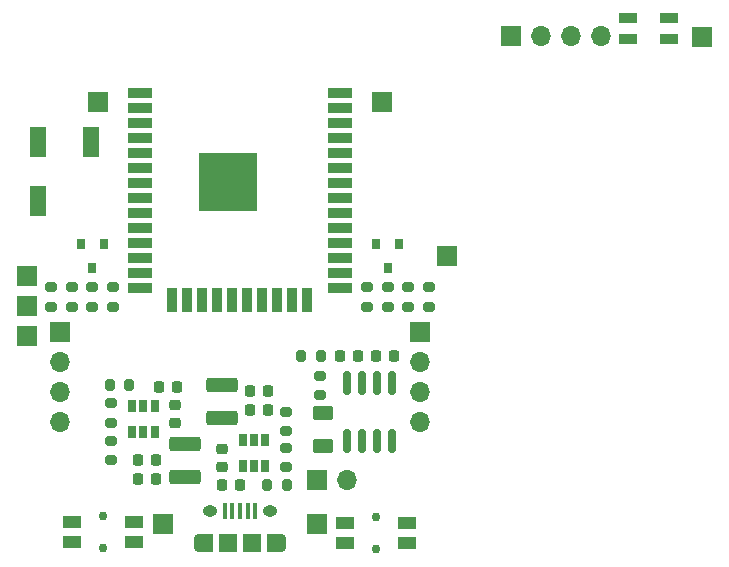
<source format=gbr>
%TF.GenerationSoftware,KiCad,Pcbnew,(5.99.0-10282-g296a9df530)*%
%TF.CreationDate,2021-04-29T22:35:14+02:00*%
%TF.ProjectId,Eck_hoch_3_V1,45636b5f-686f-4636-985f-335f56312e6b,rev?*%
%TF.SameCoordinates,Original*%
%TF.FileFunction,Soldermask,Top*%
%TF.FilePolarity,Negative*%
%FSLAX46Y46*%
G04 Gerber Fmt 4.6, Leading zero omitted, Abs format (unit mm)*
G04 Created by KiCad (PCBNEW (5.99.0-10282-g296a9df530)) date 2021-04-29 22:35:14*
%MOMM*%
%LPD*%
G01*
G04 APERTURE LIST*
G04 Aperture macros list*
%AMRoundRect*
0 Rectangle with rounded corners*
0 $1 Rounding radius*
0 $2 $3 $4 $5 $6 $7 $8 $9 X,Y pos of 4 corners*
0 Add a 4 corners polygon primitive as box body*
4,1,4,$2,$3,$4,$5,$6,$7,$8,$9,$2,$3,0*
0 Add four circle primitives for the rounded corners*
1,1,$1+$1,$2,$3*
1,1,$1+$1,$4,$5*
1,1,$1+$1,$6,$7*
1,1,$1+$1,$8,$9*
0 Add four rect primitives between the rounded corners*
20,1,$1+$1,$2,$3,$4,$5,0*
20,1,$1+$1,$4,$5,$6,$7,0*
20,1,$1+$1,$6,$7,$8,$9,0*
20,1,$1+$1,$8,$9,$2,$3,0*%
G04 Aperture macros list end*
%ADD10R,0.800000X0.900000*%
%ADD11RoundRect,0.150000X0.150000X-0.825000X0.150000X0.825000X-0.150000X0.825000X-0.150000X-0.825000X0*%
%ADD12R,2.000000X0.900000*%
%ADD13R,0.900000X2.000000*%
%ADD14R,5.000000X5.000000*%
%ADD15RoundRect,0.225000X-0.225000X-0.250000X0.225000X-0.250000X0.225000X0.250000X-0.225000X0.250000X0*%
%ADD16RoundRect,0.225000X0.225000X0.250000X-0.225000X0.250000X-0.225000X-0.250000X0.225000X-0.250000X0*%
%ADD17RoundRect,0.250000X0.625000X-0.375000X0.625000X0.375000X-0.625000X0.375000X-0.625000X-0.375000X0*%
%ADD18R,0.400000X1.350000*%
%ADD19O,0.890000X1.550000*%
%ADD20R,1.200000X1.550000*%
%ADD21O,1.250000X0.950000*%
%ADD22R,1.500000X1.550000*%
%ADD23R,1.700000X1.700000*%
%ADD24O,1.700000X1.700000*%
%ADD25RoundRect,0.250000X1.075000X-0.375000X1.075000X0.375000X-1.075000X0.375000X-1.075000X-0.375000X0*%
%ADD26RoundRect,0.200000X-0.275000X0.200000X-0.275000X-0.200000X0.275000X-0.200000X0.275000X0.200000X0*%
%ADD27RoundRect,0.200000X0.275000X-0.200000X0.275000X0.200000X-0.275000X0.200000X-0.275000X-0.200000X0*%
%ADD28RoundRect,0.200000X0.200000X0.275000X-0.200000X0.275000X-0.200000X-0.275000X0.200000X-0.275000X0*%
%ADD29C,0.750000*%
%ADD30R,1.550000X1.000000*%
%ADD31R,0.650000X1.060000*%
%ADD32RoundRect,0.225000X-0.250000X0.225000X-0.250000X-0.225000X0.250000X-0.225000X0.250000X0.225000X0*%
%ADD33RoundRect,0.225000X0.250000X-0.225000X0.250000X0.225000X-0.250000X0.225000X-0.250000X-0.225000X0*%
%ADD34RoundRect,0.250000X-1.075000X0.375000X-1.075000X-0.375000X1.075000X-0.375000X1.075000X0.375000X0*%
%ADD35RoundRect,0.200000X-0.200000X-0.275000X0.200000X-0.275000X0.200000X0.275000X-0.200000X0.275000X0*%
%ADD36R,1.400000X2.500000*%
%ADD37R,1.600000X0.850000*%
G04 APERTURE END LIST*
D10*
%TO.C,Q2*%
X155950000Y-97000000D03*
X154050000Y-97000000D03*
X155000000Y-99000000D03*
%TD*%
D11*
%TO.C,U2*%
X151595000Y-113725000D03*
X152865000Y-113725000D03*
X154135000Y-113725000D03*
X155405000Y-113725000D03*
X155405000Y-108775000D03*
X154135000Y-108775000D03*
X152865000Y-108775000D03*
X151595000Y-108775000D03*
%TD*%
D12*
%TO.C,U3*%
X133994000Y-84251800D03*
X133994000Y-85521800D03*
X133994000Y-86791800D03*
X133994000Y-88061800D03*
X133994000Y-89331800D03*
X133994000Y-90601800D03*
X133994000Y-91871800D03*
X133994000Y-93141800D03*
X133994000Y-94411800D03*
X133994000Y-95681800D03*
X133994000Y-96951800D03*
X133994000Y-98221800D03*
X133994000Y-99491800D03*
X133994000Y-100761800D03*
D13*
X136779000Y-101761800D03*
X138049000Y-101761800D03*
X139319000Y-101761800D03*
X140589000Y-101761800D03*
X141859000Y-101761800D03*
X143129000Y-101761800D03*
X144399000Y-101761800D03*
X145669000Y-101761800D03*
X146939000Y-101761800D03*
X148209000Y-101761800D03*
D12*
X150994000Y-100761800D03*
X150994000Y-99491800D03*
X150994000Y-98221800D03*
X150994000Y-96951800D03*
X150994000Y-95681800D03*
X150994000Y-94411800D03*
X150994000Y-93141800D03*
X150994000Y-91871800D03*
X150994000Y-90601800D03*
X150994000Y-89331800D03*
X150994000Y-88061800D03*
X150994000Y-86791800D03*
X150994000Y-85521800D03*
X150994000Y-84251800D03*
D14*
X141494000Y-91751800D03*
%TD*%
D15*
%TO.C,C2*%
X150975000Y-106500000D03*
X152525000Y-106500000D03*
%TD*%
%TO.C,C3*%
X153975000Y-106500000D03*
X155525000Y-106500000D03*
%TD*%
D16*
%TO.C,C5*%
X144875000Y-109450000D03*
X143325000Y-109450000D03*
%TD*%
%TO.C,C6*%
X144900000Y-111025000D03*
X143350000Y-111025000D03*
%TD*%
D17*
%TO.C,D2*%
X149500000Y-114150000D03*
X149500000Y-111350000D03*
%TD*%
D18*
%TO.C,J1*%
X141200000Y-119600000D03*
X141850000Y-119600000D03*
X142500000Y-119600000D03*
X143150000Y-119600000D03*
X143800000Y-119600000D03*
D19*
X146000000Y-122300000D03*
D20*
X139600000Y-122300000D03*
D19*
X139000000Y-122300000D03*
D21*
X140000000Y-119600000D03*
D22*
X141500000Y-122300000D03*
D21*
X145000000Y-119600000D03*
D20*
X145400000Y-122300000D03*
D22*
X143500000Y-122300000D03*
%TD*%
D23*
%TO.C,J3*%
X149000000Y-117000000D03*
D24*
X151540000Y-117000000D03*
%TD*%
D25*
%TO.C,L1*%
X140950000Y-111775000D03*
X140950000Y-108975000D03*
%TD*%
D26*
%TO.C,R1*%
X146400000Y-111225000D03*
X146400000Y-112875000D03*
%TD*%
D27*
%TO.C,R4*%
X146375000Y-115925000D03*
X146375000Y-114275000D03*
%TD*%
%TO.C,R6*%
X131750000Y-102325000D03*
X131750000Y-100675000D03*
%TD*%
%TO.C,R7*%
X130000000Y-102325000D03*
X130000000Y-100675000D03*
%TD*%
%TO.C,R8*%
X155000000Y-102325000D03*
X155000000Y-100675000D03*
%TD*%
%TO.C,R9*%
X149250000Y-109825000D03*
X149250000Y-108175000D03*
%TD*%
%TO.C,R10*%
X128250000Y-102325000D03*
X128250000Y-100675000D03*
%TD*%
%TO.C,R11*%
X126500000Y-102325000D03*
X126500000Y-100675000D03*
%TD*%
D28*
%TO.C,R12*%
X149325000Y-106500000D03*
X147675000Y-106500000D03*
%TD*%
D26*
%TO.C,R14*%
X158500000Y-100675000D03*
X158500000Y-102325000D03*
%TD*%
D29*
%TO.C,SW1*%
X130911600Y-120037000D03*
X130911600Y-122787000D03*
D30*
X128286600Y-122262000D03*
X133536600Y-122262000D03*
X133536600Y-120562000D03*
X128286600Y-120562000D03*
%TD*%
D29*
%TO.C,SW2*%
X153974800Y-122837800D03*
X153974800Y-120087800D03*
D30*
X156599800Y-122312800D03*
X151349800Y-122312800D03*
X156599800Y-120612800D03*
X151349800Y-120612800D03*
%TD*%
D23*
%TO.C,J4*%
X127250000Y-104500000D03*
D24*
X127250000Y-107040000D03*
X127250000Y-109580000D03*
X127250000Y-112120000D03*
%TD*%
D10*
%TO.C,Q4*%
X130950000Y-97000000D03*
X129050000Y-97000000D03*
X130000000Y-99000000D03*
%TD*%
D23*
%TO.C,J14*%
X160000000Y-98000000D03*
%TD*%
%TO.C,J5*%
X157750000Y-104500000D03*
D24*
X157750000Y-107040000D03*
X157750000Y-109580000D03*
X157750000Y-112120000D03*
%TD*%
D31*
%TO.C,U1*%
X144625000Y-113575000D03*
X143675000Y-113575000D03*
X142725000Y-113575000D03*
X142725000Y-115775000D03*
X143675000Y-115775000D03*
X144625000Y-115775000D03*
%TD*%
D15*
%TO.C,C1*%
X140975000Y-117400000D03*
X142525000Y-117400000D03*
%TD*%
D32*
%TO.C,C4*%
X141000000Y-114325000D03*
X141000000Y-115875000D03*
%TD*%
D31*
%TO.C,U4*%
X133375000Y-112900000D03*
X134325000Y-112900000D03*
X135275000Y-112900000D03*
X135275000Y-110700000D03*
X134325000Y-110700000D03*
X133375000Y-110700000D03*
%TD*%
D23*
%TO.C,J10*%
X136000000Y-120750000D03*
%TD*%
D15*
%TO.C,C10*%
X133875000Y-115275000D03*
X135425000Y-115275000D03*
%TD*%
D33*
%TO.C,C8*%
X136975000Y-112150000D03*
X136975000Y-110600000D03*
%TD*%
D15*
%TO.C,C9*%
X133875000Y-116900000D03*
X135425000Y-116900000D03*
%TD*%
D34*
%TO.C,L2*%
X137850000Y-113925000D03*
X137850000Y-116725000D03*
%TD*%
D16*
%TO.C,C7*%
X137175000Y-109075000D03*
X135625000Y-109075000D03*
%TD*%
D27*
%TO.C,R15*%
X131550000Y-115300000D03*
X131550000Y-113650000D03*
%TD*%
D28*
%TO.C,R17*%
X133125000Y-108975000D03*
X131475000Y-108975000D03*
%TD*%
D26*
%TO.C,R18*%
X131550000Y-110500000D03*
X131550000Y-112150000D03*
%TD*%
%TO.C,R5*%
X153250000Y-100675000D03*
X153250000Y-102325000D03*
%TD*%
D35*
%TO.C,R3*%
X144825000Y-117400000D03*
X146475000Y-117400000D03*
%TD*%
D27*
%TO.C,R13*%
X156750000Y-102325000D03*
X156750000Y-100675000D03*
%TD*%
D23*
%TO.C,J7*%
X130500000Y-85000000D03*
%TD*%
%TO.C,J8*%
X154500000Y-85000000D03*
%TD*%
%TO.C,J9*%
X149000000Y-120750000D03*
%TD*%
%TO.C,J11*%
X124500000Y-99700000D03*
%TD*%
%TO.C,J12*%
X124500000Y-102250000D03*
%TD*%
%TO.C,J13*%
X124500000Y-104800000D03*
%TD*%
%TO.C,J6*%
X165404800Y-79400400D03*
D24*
X167944800Y-79400400D03*
X170484800Y-79400400D03*
X173024800Y-79400400D03*
%TD*%
D36*
%TO.C,BZ1*%
X125410400Y-88381200D03*
X125410400Y-93381200D03*
X129910400Y-88381200D03*
%TD*%
D23*
%TO.C,J17*%
X181610000Y-79451200D03*
%TD*%
D37*
%TO.C,D1*%
X178838800Y-79665800D03*
X178838800Y-77915800D03*
X175338800Y-77915800D03*
X175338800Y-79665800D03*
%TD*%
M02*

</source>
